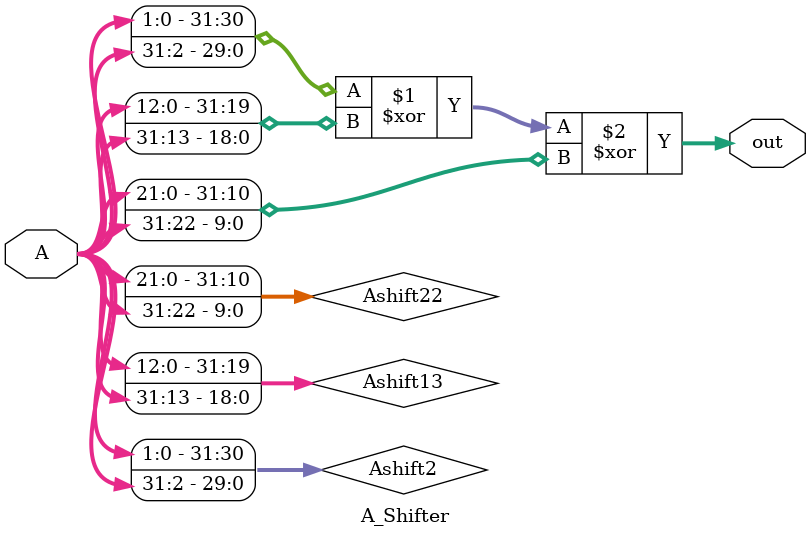
<source format=sv>
`timescale 1ns / 1ps
module A_Shifter #(parameter BIT_W = 32)
(
	input logic[BIT_W - 1:0] A,
	output logic[BIT_W -1:0] out
);

logic [BIT_W - 1:0] Ashift2;
logic [BIT_W - 1:0] Ashift13;
logic [BIT_W - 1:0] Ashift22;

assign Ashift2 = {A[1:0], A[BIT_W-1:2]};
assign Ashift13 = {A[12:0], A[BIT_W-1:13]};
assign Ashift22 = {A[21:0], A[BIT_W-1:22]};

assign out = Ashift2 ^ Ashift13 ^ Ashift22;

endmodule

</source>
